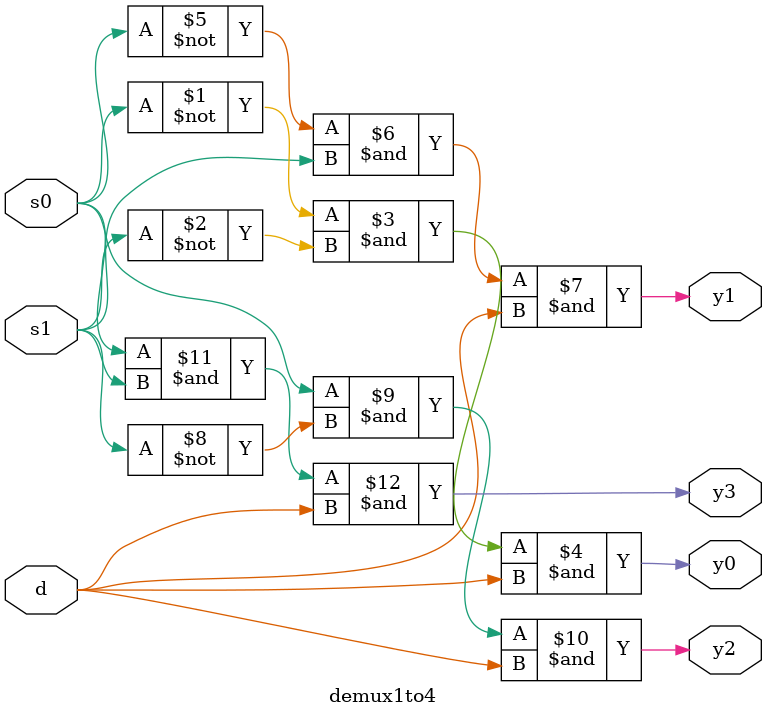
<source format=v>
module demux1to4(input d,s0,s1 , output y0,y1,y2,y3);
        assign y0 = ~s0 & ~s1 & d ;
        assign y1 = ~s0 & s1 & d ;
        assign y2 = s0 & ~s1 & d ;
        assign y3 = s0 & s1 & d ;
endmodule
    

</source>
